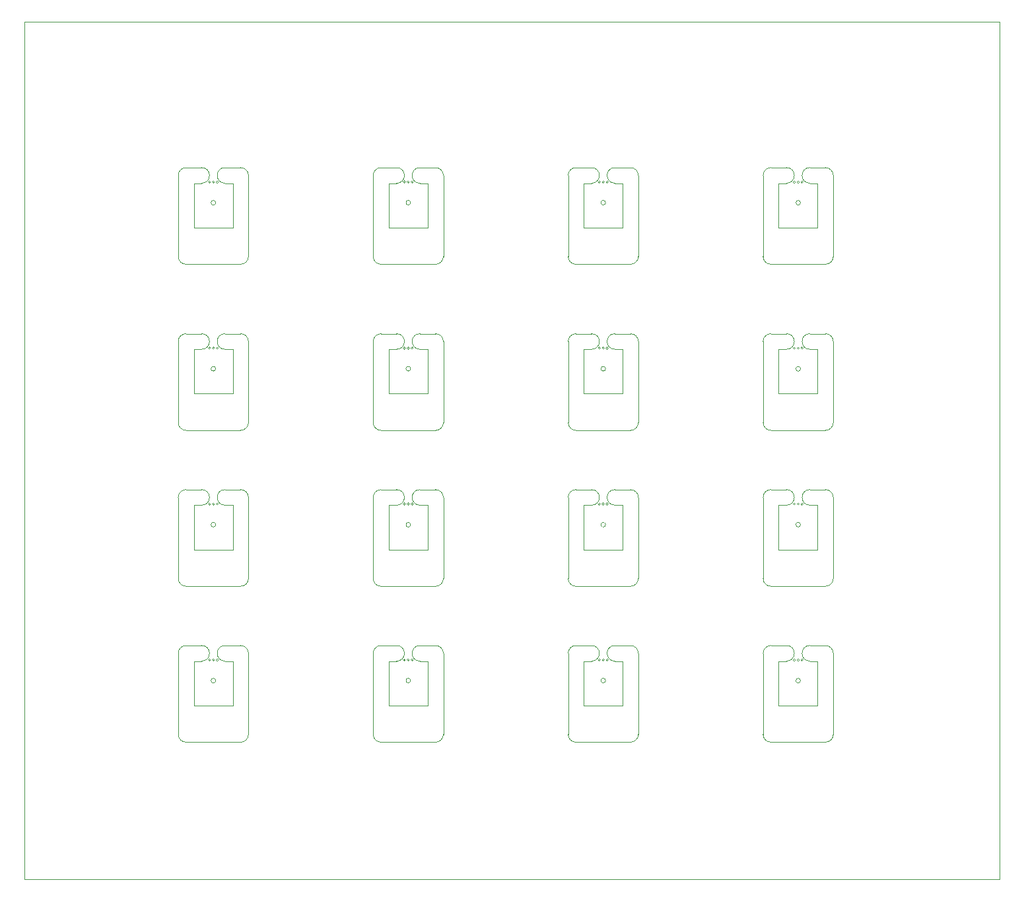
<source format=gbr>
%TF.GenerationSoftware,KiCad,Pcbnew,(6.0.0)*%
%TF.CreationDate,2022-03-28T07:48:23-07:00*%
%TF.ProjectId,pupdrive-eib24_panel,70757064-7269-4766-952d-65696232345f,A*%
%TF.SameCoordinates,Original*%
%TF.FileFunction,Profile,NP*%
%FSLAX46Y46*%
G04 Gerber Fmt 4.6, Leading zero omitted, Abs format (unit mm)*
G04 Created by KiCad (PCBNEW (6.0.0)) date 2022-03-28 07:48:23*
%MOMM*%
%LPD*%
G01*
G04 APERTURE LIST*
%TA.AperFunction,Profile*%
%ADD10C,0.050000*%
%TD*%
G04 APERTURE END LIST*
D10*
X123207107Y-75707107D02*
X121207107Y-75707107D01*
X142207107Y-77707107D02*
X143207107Y-77707107D01*
X148207107Y-128107107D02*
G75*
G03*
X149207107Y-127107107I1J999999D01*
G01*
X140207107Y-107107107D02*
G75*
G03*
X141207107Y-108107107I999999J-1D01*
G01*
X141207107Y-54407107D02*
G75*
G03*
X140207107Y-55407107I-1J-999999D01*
G01*
X98207107Y-95707107D02*
X96207107Y-95707107D01*
X172207107Y-128107107D02*
X173207107Y-128107107D01*
X142207107Y-56407107D02*
X143207107Y-56407107D01*
X118207107Y-115707107D02*
X117207107Y-115707107D01*
X93207107Y-77707107D02*
G75*
G03*
X93207107Y-75707107I0J1000000D01*
G01*
X165207107Y-83407107D02*
X165207107Y-87107107D01*
X140207107Y-87107107D02*
G75*
G03*
X141207107Y-88107107I999999J-1D01*
G01*
X93207107Y-95707107D02*
X92207107Y-95707107D01*
X173207107Y-115707107D02*
X171207107Y-115707107D01*
X98207107Y-88107107D02*
G75*
G03*
X99207107Y-87107107I1J999999D01*
G01*
X172207107Y-108107107D02*
X173207107Y-108107107D01*
X97207107Y-88107107D02*
X98207107Y-88107107D01*
X122207107Y-62107107D02*
X117207107Y-62107107D01*
X122207107Y-117707107D02*
X122207107Y-123407107D01*
X90207107Y-96707107D02*
X90207107Y-103407107D01*
X116207107Y-95707107D02*
G75*
G03*
X115207107Y-96707107I-1J-999999D01*
G01*
X165207107Y-76707107D02*
X165207107Y-83407107D01*
X167207107Y-97707107D02*
X168207107Y-97707107D01*
X92207107Y-123407107D02*
X92207107Y-117707107D01*
X142207107Y-123407107D02*
X142207107Y-117707107D01*
X174207107Y-127107107D02*
X174207107Y-116707107D01*
X119859507Y-97557107D02*
G75*
G03*
X119859507Y-97557107I-152400J0D01*
G01*
X144359507Y-56257107D02*
G75*
G03*
X144359507Y-56257107I-152400J0D01*
G01*
X119859507Y-77557107D02*
G75*
G03*
X119859507Y-77557107I-152400J0D01*
G01*
X174207107Y-96707107D02*
G75*
G03*
X173207107Y-95707107I-999999J1D01*
G01*
X90207107Y-65807107D02*
G75*
G03*
X91207107Y-66807107I999999J-1D01*
G01*
X167207107Y-95707107D02*
X166207107Y-95707107D01*
X141207107Y-66807107D02*
X147207107Y-66807107D01*
X90207107Y-87107107D02*
G75*
G03*
X91207107Y-88107107I999999J-1D01*
G01*
X147207107Y-77707107D02*
X146207107Y-77707107D01*
X115207107Y-65807107D02*
G75*
G03*
X116207107Y-66807107I999999J-1D01*
G01*
X167207107Y-77707107D02*
X168207107Y-77707107D01*
X170007107Y-100207107D02*
G75*
G03*
X170007107Y-100207107I-300000J0D01*
G01*
X97207107Y-97707107D02*
X97207107Y-103407107D01*
X98207107Y-128107107D02*
G75*
G03*
X99207107Y-127107107I1J999999D01*
G01*
X170007107Y-80207107D02*
G75*
G03*
X170007107Y-80207107I-300000J0D01*
G01*
X117207107Y-56407107D02*
X118207107Y-56407107D01*
X167207107Y-56407107D02*
X168207107Y-56407107D01*
X117207107Y-75707107D02*
X116207107Y-75707107D01*
X171207107Y-115707107D02*
G75*
G03*
X171207107Y-117707107I0J-1000000D01*
G01*
X118207107Y-95707107D02*
X117207107Y-95707107D01*
X122207107Y-123407107D02*
X117207107Y-123407107D01*
X168207107Y-95707107D02*
X167207107Y-95707107D01*
X94859507Y-97557107D02*
G75*
G03*
X94859507Y-97557107I-152400J0D01*
G01*
X149207107Y-96707107D02*
G75*
G03*
X148207107Y-95707107I-999999J1D01*
G01*
X148207107Y-115707107D02*
X146207107Y-115707107D01*
X92207107Y-97707107D02*
X93207107Y-97707107D01*
X123207107Y-66807107D02*
G75*
G03*
X124207107Y-65807107I1J999999D01*
G01*
X144859507Y-77557107D02*
G75*
G03*
X144859507Y-77557107I-152400J0D01*
G01*
X143207107Y-117707107D02*
G75*
G03*
X143207107Y-115707107I0J1000000D01*
G01*
X116207107Y-115707107D02*
G75*
G03*
X115207107Y-116707107I-1J-999999D01*
G01*
X170359507Y-117557107D02*
G75*
G03*
X170359507Y-117557107I-152400J0D01*
G01*
X115207107Y-116707107D02*
X115207107Y-123407107D01*
X120007107Y-80207107D02*
G75*
G03*
X120007107Y-80207107I-300000J0D01*
G01*
X90207107Y-55407107D02*
X90207107Y-62107107D01*
X144859507Y-117557107D02*
G75*
G03*
X144859507Y-117557107I-152400J0D01*
G01*
X94859507Y-77557107D02*
G75*
G03*
X94859507Y-77557107I-152400J0D01*
G01*
X173207107Y-75707107D02*
X171207107Y-75707107D01*
X148207107Y-66807107D02*
G75*
G03*
X149207107Y-65807107I1J999999D01*
G01*
X169359507Y-77557107D02*
G75*
G03*
X169359507Y-77557107I-152400J0D01*
G01*
X118207107Y-54407107D02*
X117207107Y-54407107D01*
X117207107Y-54407107D02*
X116207107Y-54407107D01*
X174207107Y-65807107D02*
X174207107Y-55407107D01*
X91207107Y-75707107D02*
G75*
G03*
X90207107Y-76707107I-1J-999999D01*
G01*
X165207107Y-62107107D02*
X165207107Y-65807107D01*
X99207107Y-127107107D02*
X99207107Y-116707107D01*
X174207107Y-55407107D02*
G75*
G03*
X173207107Y-54407107I-999999J1D01*
G01*
X97207107Y-62107107D02*
X92207107Y-62107107D01*
X166207107Y-115707107D02*
G75*
G03*
X165207107Y-116707107I-1J-999999D01*
G01*
X140207107Y-103407107D02*
X140207107Y-107107107D01*
X122207107Y-56407107D02*
X121207107Y-56407107D01*
X120007107Y-120207107D02*
G75*
G03*
X120007107Y-120207107I-300000J0D01*
G01*
X97207107Y-77707107D02*
X96207107Y-77707107D01*
X142207107Y-62107107D02*
X142207107Y-56407107D01*
X141207107Y-128107107D02*
X147207107Y-128107107D01*
X96207107Y-75707107D02*
G75*
G03*
X96207107Y-77707107I0J-1000000D01*
G01*
X121207107Y-75707107D02*
G75*
G03*
X121207107Y-77707107I0J-1000000D01*
G01*
X172207107Y-97707107D02*
X172207107Y-103407107D01*
X172207107Y-103407107D02*
X167207107Y-103407107D01*
X166207107Y-54407107D02*
G75*
G03*
X165207107Y-55407107I-1J-999999D01*
G01*
X148207107Y-88107107D02*
G75*
G03*
X149207107Y-87107107I1J999999D01*
G01*
X142207107Y-75707107D02*
X141207107Y-75707107D01*
X168207107Y-54407107D02*
X167207107Y-54407107D01*
X95359507Y-77557107D02*
G75*
G03*
X95359507Y-77557107I-152400J0D01*
G01*
X168207107Y-75707107D02*
X167207107Y-75707107D01*
X97207107Y-77707107D02*
X97207107Y-83407107D01*
X97207107Y-103407107D02*
X92207107Y-103407107D01*
X118207107Y-56407107D02*
G75*
G03*
X118207107Y-54407107I0J1000000D01*
G01*
X123207107Y-95707107D02*
X121207107Y-95707107D01*
X95007107Y-80207107D02*
G75*
G03*
X95007107Y-80207107I-300000J0D01*
G01*
X147207107Y-83407107D02*
X142207107Y-83407107D01*
X90207107Y-76707107D02*
X90207107Y-83407107D01*
X92207107Y-56407107D02*
X93207107Y-56407107D01*
X97207107Y-97707107D02*
X96207107Y-97707107D01*
X123207107Y-54407107D02*
X121207107Y-54407107D01*
X171207107Y-95707107D02*
G75*
G03*
X171207107Y-97707107I0J-1000000D01*
G01*
X118207107Y-97707107D02*
G75*
G03*
X118207107Y-95707107I0J1000000D01*
G01*
X97207107Y-56407107D02*
X97207107Y-62107107D01*
X143207107Y-77707107D02*
G75*
G03*
X143207107Y-75707107I0J1000000D01*
G01*
X167207107Y-75707107D02*
X166207107Y-75707107D01*
X144859507Y-97557107D02*
G75*
G03*
X144859507Y-97557107I-152400J0D01*
G01*
X91207107Y-54407107D02*
G75*
G03*
X90207107Y-55407107I-1J-999999D01*
G01*
X147207107Y-103407107D02*
X142207107Y-103407107D01*
X116207107Y-54407107D02*
G75*
G03*
X115207107Y-55407107I-1J-999999D01*
G01*
X172207107Y-123407107D02*
X167207107Y-123407107D01*
X123207107Y-115707107D02*
X121207107Y-115707107D01*
X170359507Y-77557107D02*
G75*
G03*
X170359507Y-77557107I-152400J0D01*
G01*
X122207107Y-128107107D02*
X123207107Y-128107107D01*
X116207107Y-108107107D02*
X122207107Y-108107107D01*
X116207107Y-66807107D02*
X122207107Y-66807107D01*
X92207107Y-95707107D02*
X91207107Y-95707107D01*
X90207107Y-123407107D02*
X90207107Y-127107107D01*
X149207107Y-76707107D02*
G75*
G03*
X148207107Y-75707107I-999999J1D01*
G01*
X98207107Y-66807107D02*
G75*
G03*
X99207107Y-65807107I1J999999D01*
G01*
X122207107Y-97707107D02*
X121207107Y-97707107D01*
X95359507Y-117557107D02*
G75*
G03*
X95359507Y-117557107I-152400J0D01*
G01*
X165207107Y-65807107D02*
G75*
G03*
X166207107Y-66807107I999999J-1D01*
G01*
X145359507Y-77557107D02*
G75*
G03*
X145359507Y-77557107I-152400J0D01*
G01*
X92207107Y-54407107D02*
X91207107Y-54407107D01*
X142207107Y-54407107D02*
X141207107Y-54407107D01*
X165207107Y-123407107D02*
X165207107Y-127107107D01*
X123207107Y-128107107D02*
G75*
G03*
X124207107Y-127107107I1J999999D01*
G01*
X92207107Y-115707107D02*
X91207107Y-115707107D01*
X172207107Y-117707107D02*
X172207107Y-123407107D01*
X167207107Y-62107107D02*
X167207107Y-56407107D01*
X165207107Y-127107107D02*
G75*
G03*
X166207107Y-128107107I999999J-1D01*
G01*
X96207107Y-115707107D02*
G75*
G03*
X96207107Y-117707107I0J-1000000D01*
G01*
X122207107Y-97707107D02*
X122207107Y-103407107D01*
X140207107Y-62107107D02*
X140207107Y-65807107D01*
X117207107Y-123407107D02*
X117207107Y-117707107D01*
X121207107Y-95707107D02*
G75*
G03*
X121207107Y-97707107I0J-1000000D01*
G01*
X119359507Y-56257107D02*
G75*
G03*
X119359507Y-56257107I-152400J0D01*
G01*
X172207107Y-88107107D02*
X173207107Y-88107107D01*
X91207107Y-95707107D02*
G75*
G03*
X90207107Y-96707107I-1J-999999D01*
G01*
X99207107Y-116707107D02*
G75*
G03*
X98207107Y-115707107I-999999J1D01*
G01*
X94359507Y-56257107D02*
G75*
G03*
X94359507Y-56257107I-152400J0D01*
G01*
X145007107Y-120207107D02*
G75*
G03*
X145007107Y-120207107I-300000J0D01*
G01*
X119859507Y-117557107D02*
G75*
G03*
X119859507Y-117557107I-152400J0D01*
G01*
X141207107Y-108107107D02*
X147207107Y-108107107D01*
X116207107Y-75707107D02*
G75*
G03*
X115207107Y-76707107I-1J-999999D01*
G01*
X149207107Y-65807107D02*
X149207107Y-55407107D01*
X115207107Y-103407107D02*
X115207107Y-107107107D01*
X147207107Y-123407107D02*
X142207107Y-123407107D01*
X120359507Y-56257107D02*
G75*
G03*
X120359507Y-56257107I-152400J0D01*
G01*
X148207107Y-95707107D02*
X146207107Y-95707107D01*
X97207107Y-128107107D02*
X98207107Y-128107107D01*
X165207107Y-116707107D02*
X165207107Y-123407107D01*
X90207107Y-116707107D02*
X90207107Y-123407107D01*
X169859507Y-56257107D02*
G75*
G03*
X169859507Y-56257107I-152400J0D01*
G01*
X122207107Y-56407107D02*
X122207107Y-62107107D01*
X147207107Y-117707107D02*
X146207107Y-117707107D01*
X121207107Y-54407107D02*
G75*
G03*
X121207107Y-56407107I0J-1000000D01*
G01*
X118207107Y-117707107D02*
G75*
G03*
X118207107Y-115707107I0J1000000D01*
G01*
X172207107Y-83407107D02*
X167207107Y-83407107D01*
X147207107Y-56407107D02*
X147207107Y-62107107D01*
X148207107Y-54407107D02*
X146207107Y-54407107D01*
X93207107Y-75707107D02*
X92207107Y-75707107D01*
X98207107Y-54407107D02*
X96207107Y-54407107D01*
X173207107Y-108107107D02*
G75*
G03*
X174207107Y-107107107I1J999999D01*
G01*
X93207107Y-97707107D02*
G75*
G03*
X93207107Y-95707107I0J1000000D01*
G01*
X122207107Y-117707107D02*
X121207107Y-117707107D01*
X117207107Y-83407107D02*
X117207107Y-77707107D01*
X70500000Y-35700000D02*
X195500000Y-35700000D01*
X195500000Y-35700000D02*
X195500000Y-145700000D01*
X195500000Y-145700000D02*
X70500000Y-145700000D01*
X70500000Y-145700000D02*
X70500000Y-35700000D01*
X170007107Y-58907107D02*
G75*
G03*
X170007107Y-58907107I-300000J0D01*
G01*
X118207107Y-75707107D02*
X117207107Y-75707107D01*
X147207107Y-97707107D02*
X146207107Y-97707107D01*
X98207107Y-115707107D02*
X96207107Y-115707107D01*
X91207107Y-115707107D02*
G75*
G03*
X90207107Y-116707107I-1J-999999D01*
G01*
X147207107Y-97707107D02*
X147207107Y-103407107D01*
X94859507Y-117557107D02*
G75*
G03*
X94859507Y-117557107I-152400J0D01*
G01*
X170007107Y-120207107D02*
G75*
G03*
X170007107Y-120207107I-300000J0D01*
G01*
X144859507Y-56257107D02*
G75*
G03*
X144859507Y-56257107I-152400J0D01*
G01*
X91207107Y-108107107D02*
X97207107Y-108107107D01*
X92207107Y-77707107D02*
X93207107Y-77707107D01*
X140207107Y-96707107D02*
X140207107Y-103407107D01*
X165207107Y-107107107D02*
G75*
G03*
X166207107Y-108107107I999999J-1D01*
G01*
X173207107Y-66807107D02*
G75*
G03*
X174207107Y-65807107I1J999999D01*
G01*
X149207107Y-116707107D02*
G75*
G03*
X148207107Y-115707107I-999999J1D01*
G01*
X90207107Y-127107107D02*
G75*
G03*
X91207107Y-128107107I999999J-1D01*
G01*
X140207107Y-127107107D02*
G75*
G03*
X141207107Y-128107107I999999J-1D01*
G01*
X90207107Y-62107107D02*
X90207107Y-65807107D01*
X142207107Y-115707107D02*
X141207107Y-115707107D01*
X166207107Y-75707107D02*
G75*
G03*
X165207107Y-76707107I-1J-999999D01*
G01*
X172207107Y-77707107D02*
X172207107Y-83407107D01*
X169859507Y-117557107D02*
G75*
G03*
X169859507Y-117557107I-152400J0D01*
G01*
X172207107Y-77707107D02*
X171207107Y-77707107D01*
X174207107Y-116707107D02*
G75*
G03*
X173207107Y-115707107I-999999J1D01*
G01*
X169859507Y-97557107D02*
G75*
G03*
X169859507Y-97557107I-152400J0D01*
G01*
X147207107Y-117707107D02*
X147207107Y-123407107D01*
X121207107Y-115707107D02*
G75*
G03*
X121207107Y-117707107I0J-1000000D01*
G01*
X143207107Y-95707107D02*
X142207107Y-95707107D01*
X147207107Y-56407107D02*
X146207107Y-56407107D01*
X141207107Y-95707107D02*
G75*
G03*
X140207107Y-96707107I-1J-999999D01*
G01*
X124207107Y-107107107D02*
X124207107Y-96707107D01*
X145359507Y-97557107D02*
G75*
G03*
X145359507Y-97557107I-152400J0D01*
G01*
X92207107Y-62107107D02*
X92207107Y-56407107D01*
X124207107Y-55407107D02*
G75*
G03*
X123207107Y-54407107I-999999J1D01*
G01*
X173207107Y-128107107D02*
G75*
G03*
X174207107Y-127107107I1J999999D01*
G01*
X168207107Y-56407107D02*
G75*
G03*
X168207107Y-54407107I0J1000000D01*
G01*
X122207107Y-108107107D02*
X123207107Y-108107107D01*
X140207107Y-116707107D02*
X140207107Y-123407107D01*
X140207107Y-55407107D02*
X140207107Y-62107107D01*
X165207107Y-96707107D02*
X165207107Y-103407107D01*
X169359507Y-97557107D02*
G75*
G03*
X169359507Y-97557107I-152400J0D01*
G01*
X149207107Y-87107107D02*
X149207107Y-76707107D01*
X166207107Y-128107107D02*
X172207107Y-128107107D01*
X124207107Y-116707107D02*
G75*
G03*
X123207107Y-115707107I-999999J1D01*
G01*
X115207107Y-107107107D02*
G75*
G03*
X116207107Y-108107107I999999J-1D01*
G01*
X122207107Y-83407107D02*
X117207107Y-83407107D01*
X141207107Y-88107107D02*
X147207107Y-88107107D01*
X145359507Y-117557107D02*
G75*
G03*
X145359507Y-117557107I-152400J0D01*
G01*
X174207107Y-76707107D02*
G75*
G03*
X173207107Y-75707107I-999999J1D01*
G01*
X94359507Y-97557107D02*
G75*
G03*
X94359507Y-97557107I-152400J0D01*
G01*
X122207107Y-77707107D02*
X122207107Y-83407107D01*
X147207107Y-128107107D02*
X148207107Y-128107107D01*
X143207107Y-56407107D02*
G75*
G03*
X143207107Y-54407107I0J1000000D01*
G01*
X119359507Y-77557107D02*
G75*
G03*
X119359507Y-77557107I-152400J0D01*
G01*
X98207107Y-75707107D02*
X96207107Y-75707107D01*
X124207107Y-76707107D02*
G75*
G03*
X123207107Y-75707107I-999999J1D01*
G01*
X147207107Y-77707107D02*
X147207107Y-83407107D01*
X142207107Y-103407107D02*
X142207107Y-97707107D01*
X166207107Y-66807107D02*
X172207107Y-66807107D01*
X91207107Y-88107107D02*
X97207107Y-88107107D01*
X94359507Y-77557107D02*
G75*
G03*
X94359507Y-77557107I-152400J0D01*
G01*
X90207107Y-107107107D02*
G75*
G03*
X91207107Y-108107107I999999J-1D01*
G01*
X116207107Y-128107107D02*
X122207107Y-128107107D01*
X119359507Y-97557107D02*
G75*
G03*
X119359507Y-97557107I-152400J0D01*
G01*
X99207107Y-76707107D02*
G75*
G03*
X98207107Y-75707107I-999999J1D01*
G01*
X117207107Y-117707107D02*
X118207107Y-117707107D01*
X119359507Y-117557107D02*
G75*
G03*
X119359507Y-117557107I-152400J0D01*
G01*
X141207107Y-115707107D02*
G75*
G03*
X140207107Y-116707107I-1J-999999D01*
G01*
X142207107Y-117707107D02*
X143207107Y-117707107D01*
X149207107Y-107107107D02*
X149207107Y-96707107D01*
X145007107Y-80207107D02*
G75*
G03*
X145007107Y-80207107I-300000J0D01*
G01*
X93207107Y-56407107D02*
G75*
G03*
X93207107Y-54407107I0J1000000D01*
G01*
X173207107Y-95707107D02*
X171207107Y-95707107D01*
X166207107Y-88107107D02*
X172207107Y-88107107D01*
X148207107Y-108107107D02*
G75*
G03*
X149207107Y-107107107I1J999999D01*
G01*
X169859507Y-77557107D02*
G75*
G03*
X169859507Y-77557107I-152400J0D01*
G01*
X166207107Y-95707107D02*
G75*
G03*
X165207107Y-96707107I-1J-999999D01*
G01*
X172207107Y-97707107D02*
X171207107Y-97707107D01*
X167207107Y-117707107D02*
X168207107Y-117707107D01*
X92207107Y-103407107D02*
X92207107Y-97707107D01*
X97207107Y-56407107D02*
X96207107Y-56407107D01*
X143207107Y-115707107D02*
X142207107Y-115707107D01*
X120359507Y-117557107D02*
G75*
G03*
X120359507Y-117557107I-152400J0D01*
G01*
X167207107Y-103407107D02*
X167207107Y-97707107D01*
X117207107Y-95707107D02*
X116207107Y-95707107D01*
X94359507Y-117557107D02*
G75*
G03*
X94359507Y-117557107I-152400J0D01*
G01*
X95007107Y-120207107D02*
G75*
G03*
X95007107Y-120207107I-300000J0D01*
G01*
X90207107Y-83407107D02*
X90207107Y-87107107D01*
X115207107Y-123407107D02*
X115207107Y-127107107D01*
X147207107Y-62107107D02*
X142207107Y-62107107D01*
X122207107Y-103407107D02*
X117207107Y-103407107D01*
X172207107Y-66807107D02*
X173207107Y-66807107D01*
X144359507Y-117557107D02*
G75*
G03*
X144359507Y-117557107I-152400J0D01*
G01*
X147207107Y-88107107D02*
X148207107Y-88107107D01*
X168207107Y-77707107D02*
G75*
G03*
X168207107Y-75707107I0J1000000D01*
G01*
X166207107Y-108107107D02*
X172207107Y-108107107D01*
X117207107Y-115707107D02*
X116207107Y-115707107D01*
X170359507Y-56257107D02*
G75*
G03*
X170359507Y-56257107I-152400J0D01*
G01*
X99207107Y-96707107D02*
G75*
G03*
X98207107Y-95707107I-999999J1D01*
G01*
X97207107Y-83407107D02*
X92207107Y-83407107D01*
X146207107Y-95707107D02*
G75*
G03*
X146207107Y-97707107I0J-1000000D01*
G01*
X140207107Y-83407107D02*
X140207107Y-87107107D01*
X144359507Y-77557107D02*
G75*
G03*
X144359507Y-77557107I-152400J0D01*
G01*
X115207107Y-96707107D02*
X115207107Y-103407107D01*
X143207107Y-54407107D02*
X142207107Y-54407107D01*
X91207107Y-128107107D02*
X97207107Y-128107107D01*
X117207107Y-103407107D02*
X117207107Y-97707107D01*
X122207107Y-77707107D02*
X121207107Y-77707107D01*
X169359507Y-56257107D02*
G75*
G03*
X169359507Y-56257107I-152400J0D01*
G01*
X172207107Y-62107107D02*
X167207107Y-62107107D01*
X146207107Y-75707107D02*
G75*
G03*
X146207107Y-77707107I0J-1000000D01*
G01*
X168207107Y-97707107D02*
G75*
G03*
X168207107Y-95707107I0J1000000D01*
G01*
X140207107Y-76707107D02*
X140207107Y-83407107D01*
X93207107Y-115707107D02*
X92207107Y-115707107D01*
X167207107Y-54407107D02*
X166207107Y-54407107D01*
X140207107Y-65807107D02*
G75*
G03*
X141207107Y-66807107I999999J-1D01*
G01*
X165207107Y-55407107D02*
X165207107Y-62107107D01*
X92207107Y-83407107D02*
X92207107Y-77707107D01*
X92207107Y-75707107D02*
X91207107Y-75707107D01*
X120007107Y-100207107D02*
G75*
G03*
X120007107Y-100207107I-300000J0D01*
G01*
X115207107Y-127107107D02*
G75*
G03*
X116207107Y-128107107I999999J-1D01*
G01*
X169359507Y-117557107D02*
G75*
G03*
X169359507Y-117557107I-152400J0D01*
G01*
X91207107Y-66807107D02*
X97207107Y-66807107D01*
X99207107Y-87107107D02*
X99207107Y-76707107D01*
X165207107Y-103407107D02*
X165207107Y-107107107D01*
X171207107Y-54407107D02*
G75*
G03*
X171207107Y-56407107I0J-1000000D01*
G01*
X122207107Y-88107107D02*
X123207107Y-88107107D01*
X120359507Y-77557107D02*
G75*
G03*
X120359507Y-77557107I-152400J0D01*
G01*
X140207107Y-123407107D02*
X140207107Y-127107107D01*
X147207107Y-108107107D02*
X148207107Y-108107107D01*
X99207107Y-107107107D02*
X99207107Y-96707107D01*
X170359507Y-97557107D02*
G75*
G03*
X170359507Y-97557107I-152400J0D01*
G01*
X97207107Y-117707107D02*
X96207107Y-117707107D01*
X95007107Y-58907107D02*
G75*
G03*
X95007107Y-58907107I-300000J0D01*
G01*
X123207107Y-108107107D02*
G75*
G03*
X124207107Y-107107107I1J999999D01*
G01*
X167207107Y-115707107D02*
X166207107Y-115707107D01*
X120359507Y-97557107D02*
G75*
G03*
X120359507Y-97557107I-152400J0D01*
G01*
X174207107Y-107107107D02*
X174207107Y-96707107D01*
X116207107Y-88107107D02*
X122207107Y-88107107D01*
X96207107Y-95707107D02*
G75*
G03*
X96207107Y-97707107I0J-1000000D01*
G01*
X173207107Y-88107107D02*
G75*
G03*
X174207107Y-87107107I1J999999D01*
G01*
X115207107Y-76707107D02*
X115207107Y-83407107D01*
X92207107Y-117707107D02*
X93207107Y-117707107D01*
X147207107Y-66807107D02*
X148207107Y-66807107D01*
X93207107Y-54407107D02*
X92207107Y-54407107D01*
X124207107Y-65807107D02*
X124207107Y-55407107D01*
X146207107Y-115707107D02*
G75*
G03*
X146207107Y-117707107I0J-1000000D01*
G01*
X96207107Y-54407107D02*
G75*
G03*
X96207107Y-56407107I0J-1000000D01*
G01*
X124207107Y-96707107D02*
G75*
G03*
X123207107Y-95707107I-999999J1D01*
G01*
X119859507Y-56257107D02*
G75*
G03*
X119859507Y-56257107I-152400J0D01*
G01*
X115207107Y-83407107D02*
X115207107Y-87107107D01*
X124207107Y-127107107D02*
X124207107Y-116707107D01*
X168207107Y-117707107D02*
G75*
G03*
X168207107Y-115707107I0J1000000D01*
G01*
X90207107Y-103407107D02*
X90207107Y-107107107D01*
X97207107Y-66807107D02*
X98207107Y-66807107D01*
X145359507Y-56257107D02*
G75*
G03*
X145359507Y-56257107I-152400J0D01*
G01*
X95359507Y-56257107D02*
G75*
G03*
X95359507Y-56257107I-152400J0D01*
G01*
X143207107Y-97707107D02*
G75*
G03*
X143207107Y-95707107I0J1000000D01*
G01*
X97207107Y-123407107D02*
X92207107Y-123407107D01*
X174207107Y-87107107D02*
X174207107Y-76707107D01*
X93207107Y-117707107D02*
G75*
G03*
X93207107Y-115707107I0J1000000D01*
G01*
X171207107Y-75707107D02*
G75*
G03*
X171207107Y-77707107I0J-1000000D01*
G01*
X97207107Y-117707107D02*
X97207107Y-123407107D01*
X149207107Y-55407107D02*
G75*
G03*
X148207107Y-54407107I-999999J1D01*
G01*
X168207107Y-115707107D02*
X167207107Y-115707107D01*
X95359507Y-97557107D02*
G75*
G03*
X95359507Y-97557107I-152400J0D01*
G01*
X120007107Y-58907107D02*
G75*
G03*
X120007107Y-58907107I-300000J0D01*
G01*
X148207107Y-75707107D02*
X146207107Y-75707107D01*
X173207107Y-54407107D02*
X171207107Y-54407107D01*
X167207107Y-123407107D02*
X167207107Y-117707107D01*
X172207107Y-117707107D02*
X171207107Y-117707107D01*
X146207107Y-54407107D02*
G75*
G03*
X146207107Y-56407107I0J-1000000D01*
G01*
X142207107Y-97707107D02*
X143207107Y-97707107D01*
X167207107Y-83407107D02*
X167207107Y-77707107D01*
X124207107Y-87107107D02*
X124207107Y-76707107D01*
X99207107Y-55407107D02*
G75*
G03*
X98207107Y-54407107I-999999J1D01*
G01*
X165207107Y-87107107D02*
G75*
G03*
X166207107Y-88107107I999999J-1D01*
G01*
X97207107Y-108107107D02*
X98207107Y-108107107D01*
X172207107Y-56407107D02*
X172207107Y-62107107D01*
X94859507Y-56257107D02*
G75*
G03*
X94859507Y-56257107I-152400J0D01*
G01*
X95007107Y-100207107D02*
G75*
G03*
X95007107Y-100207107I-300000J0D01*
G01*
X117207107Y-77707107D02*
X118207107Y-77707107D01*
X118207107Y-77707107D02*
G75*
G03*
X118207107Y-75707107I0J1000000D01*
G01*
X98207107Y-108107107D02*
G75*
G03*
X99207107Y-107107107I1J999999D01*
G01*
X145007107Y-100207107D02*
G75*
G03*
X145007107Y-100207107I-300000J0D01*
G01*
X123207107Y-88107107D02*
G75*
G03*
X124207107Y-87107107I1J999999D01*
G01*
X117207107Y-97707107D02*
X118207107Y-97707107D01*
X115207107Y-62107107D02*
X115207107Y-65807107D01*
X122207107Y-66807107D02*
X123207107Y-66807107D01*
X117207107Y-62107107D02*
X117207107Y-56407107D01*
X145007107Y-58907107D02*
G75*
G03*
X145007107Y-58907107I-300000J0D01*
G01*
X149207107Y-127107107D02*
X149207107Y-116707107D01*
X141207107Y-75707107D02*
G75*
G03*
X140207107Y-76707107I-1J-999999D01*
G01*
X115207107Y-87107107D02*
G75*
G03*
X116207107Y-88107107I999999J-1D01*
G01*
X142207107Y-95707107D02*
X141207107Y-95707107D01*
X99207107Y-65807107D02*
X99207107Y-55407107D01*
X172207107Y-56407107D02*
X171207107Y-56407107D01*
X144359507Y-97557107D02*
G75*
G03*
X144359507Y-97557107I-152400J0D01*
G01*
X142207107Y-83407107D02*
X142207107Y-77707107D01*
X143207107Y-75707107D02*
X142207107Y-75707107D01*
X115207107Y-55407107D02*
X115207107Y-62107107D01*
M02*

</source>
